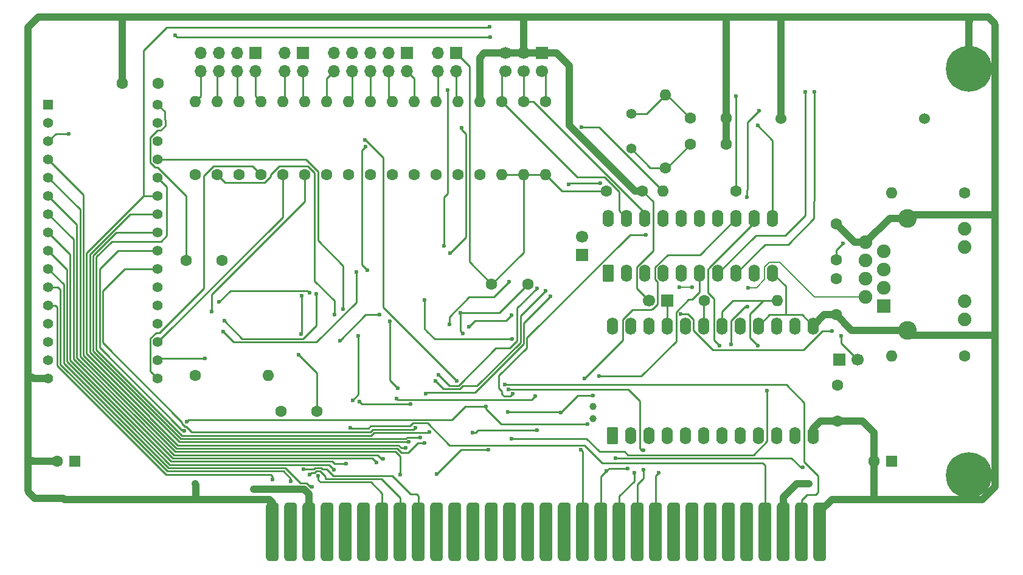
<source format=gbl>
%TF.GenerationSoftware,KiCad,Pcbnew,9.0.7*%
%TF.CreationDate,2026-02-05T12:54:47+03:00*%
%TF.ProjectId,ISA8_Ethernet,49534138-5f45-4746-9865-726e65742e6b,1.0*%
%TF.SameCoordinates,Original*%
%TF.FileFunction,Copper,L2,Bot*%
%TF.FilePolarity,Positive*%
%FSLAX46Y46*%
G04 Gerber Fmt 4.6, Leading zero omitted, Abs format (unit mm)*
G04 Created by KiCad (PCBNEW 9.0.7) date 2026-02-05 12:54:47*
%MOMM*%
%LPD*%
G01*
G04 APERTURE LIST*
G04 Aperture macros list*
%AMRoundRect*
0 Rectangle with rounded corners*
0 $1 Rounding radius*
0 $2 $3 $4 $5 $6 $7 $8 $9 X,Y pos of 4 corners*
0 Add a 4 corners polygon primitive as box body*
4,1,4,$2,$3,$4,$5,$6,$7,$8,$9,$2,$3,0*
0 Add four circle primitives for the rounded corners*
1,1,$1+$1,$2,$3*
1,1,$1+$1,$4,$5*
1,1,$1+$1,$6,$7*
1,1,$1+$1,$8,$9*
0 Add four rect primitives between the rounded corners*
20,1,$1+$1,$2,$3,$4,$5,0*
20,1,$1+$1,$4,$5,$6,$7,0*
20,1,$1+$1,$6,$7,$8,$9,0*
20,1,$1+$1,$8,$9,$2,$3,0*%
G04 Aperture macros list end*
%TA.AperFunction,ComponentPad*%
%ADD10C,6.400000*%
%TD*%
%TA.AperFunction,ComponentPad*%
%ADD11C,1.397000*%
%TD*%
%TA.AperFunction,ComponentPad*%
%ADD12R,1.397000X1.397000*%
%TD*%
%TA.AperFunction,ComponentPad*%
%ADD13C,1.600000*%
%TD*%
%TA.AperFunction,ComponentPad*%
%ADD14O,1.600000X1.600000*%
%TD*%
%TA.AperFunction,ConnectorPad*%
%ADD15RoundRect,0.444500X-0.444500X-3.619500X0.444500X-3.619500X0.444500X3.619500X-0.444500X3.619500X0*%
%TD*%
%TA.AperFunction,ComponentPad*%
%ADD16C,2.600000*%
%TD*%
%TA.AperFunction,ComponentPad*%
%ADD17C,1.890000*%
%TD*%
%TA.AperFunction,ComponentPad*%
%ADD18R,1.900000X1.900000*%
%TD*%
%TA.AperFunction,ComponentPad*%
%ADD19C,1.900000*%
%TD*%
%TA.AperFunction,ComponentPad*%
%ADD20R,1.600000X1.600000*%
%TD*%
%TA.AperFunction,ComponentPad*%
%ADD21R,1.700000X1.700000*%
%TD*%
%TA.AperFunction,ComponentPad*%
%ADD22O,1.700000X1.700000*%
%TD*%
%TA.AperFunction,ComponentPad*%
%ADD23C,1.524000*%
%TD*%
%TA.AperFunction,ComponentPad*%
%ADD24C,1.700000*%
%TD*%
%TA.AperFunction,ComponentPad*%
%ADD25C,1.000000*%
%TD*%
%TA.AperFunction,ComponentPad*%
%ADD26RoundRect,0.250000X0.550000X-0.950000X0.550000X0.950000X-0.550000X0.950000X-0.550000X-0.950000X0*%
%TD*%
%TA.AperFunction,ComponentPad*%
%ADD27O,1.600000X2.400000*%
%TD*%
%TA.AperFunction,ViaPad*%
%ADD28C,0.600000*%
%TD*%
%TA.AperFunction,ViaPad*%
%ADD29C,0.800000*%
%TD*%
%TA.AperFunction,Conductor*%
%ADD30C,0.250000*%
%TD*%
%TA.AperFunction,Conductor*%
%ADD31C,1.000000*%
%TD*%
%TA.AperFunction,Conductor*%
%ADD32C,0.203200*%
%TD*%
G04 APERTURE END LIST*
D10*
%TO.P,HOLE1,1,1*%
%TO.N,GND*%
X201041000Y-66040000D03*
%TD*%
%TO.P,HOLE2,1,1*%
%TO.N,GND*%
X201041000Y-122555000D03*
%TD*%
D11*
%TO.P,Y1,1,1*%
%TO.N,Net-(U3-X1)*%
X154072800Y-77148140D03*
%TO.P,Y1,2,2*%
%TO.N,Net-(U3-X2)*%
X154072800Y-72266260D03*
%TD*%
D12*
%TO.P,U1,1,A18*%
%TO.N,/BA18*%
X72898000Y-71018400D03*
D11*
%TO.P,U1,2,A16*%
%TO.N,/BA16*%
X72898000Y-73558400D03*
%TO.P,U1,3,A15*%
%TO.N,/BA15*%
X72898000Y-76098400D03*
%TO.P,U1,4,A12*%
%TO.N,/A12*%
X72898000Y-78638400D03*
%TO.P,U1,5,A7*%
%TO.N,/A7*%
X72898000Y-81178400D03*
%TO.P,U1,6,A6*%
%TO.N,/A6*%
X72898000Y-83718400D03*
%TO.P,U1,7,A5*%
%TO.N,/A5*%
X72898000Y-86258400D03*
%TO.P,U1,8,A4*%
%TO.N,/A4*%
X72898000Y-88798400D03*
%TO.P,U1,9,A3*%
%TO.N,/A3*%
X72898000Y-91338400D03*
%TO.P,U1,10,A2*%
%TO.N,/A2*%
X72898000Y-93878400D03*
%TO.P,U1,11,A1*%
%TO.N,/A1*%
X72898000Y-96418400D03*
%TO.P,U1,12,A0*%
%TO.N,/A0*%
X72898000Y-98958400D03*
%TO.P,U1,13,DQ0*%
%TO.N,/BD0*%
X72898000Y-101498400D03*
%TO.P,U1,14,DQ1*%
%TO.N,/BD1*%
X72898000Y-104038400D03*
%TO.P,U1,15,DQ2*%
%TO.N,/BD2*%
X72898000Y-106578400D03*
%TO.P,U1,16,GND*%
%TO.N,GND*%
X72898000Y-109118400D03*
%TO.P,U1,17,DQ3*%
%TO.N,/BD3*%
X88138000Y-109118400D03*
%TO.P,U1,18,DQ4*%
%TO.N,/BD4*%
X88138000Y-106578400D03*
%TO.P,U1,19,DQ5*%
%TO.N,/BD5*%
X88138000Y-104038400D03*
%TO.P,U1,20,DQ6*%
%TO.N,/BD6*%
X88138000Y-101498400D03*
%TO.P,U1,21,DQ7*%
%TO.N,/BD7*%
X88138000Y-98958400D03*
%TO.P,U1,22,~{CE}*%
%TO.N,/~{BCS}*%
X88138000Y-96418400D03*
%TO.P,U1,23,A10*%
%TO.N,/A10*%
X88138000Y-93878400D03*
%TO.P,U1,24,~{OE}*%
%TO.N,/~{SMEMR}*%
X88138000Y-91338400D03*
%TO.P,U1,25,A11*%
%TO.N,/A11*%
X88138000Y-88798400D03*
%TO.P,U1,26,A9*%
%TO.N,/A9*%
X88138000Y-86258400D03*
%TO.P,U1,27,A8*%
%TO.N,/A8*%
X88138000Y-83718400D03*
%TO.P,U1,28,A13*%
%TO.N,/A13*%
X88138000Y-81178400D03*
%TO.P,U1,29,A14*%
%TO.N,/BA14*%
X88138000Y-78638400D03*
%TO.P,U1,30,A17*%
%TO.N,/BA17*%
X88138000Y-76098400D03*
%TO.P,U1,31,~{WE}*%
%TO.N,/~{SMEMW}*%
X88138000Y-73558400D03*
%TO.P,U1,32,VCC*%
%TO.N,VCC*%
X88138000Y-71018400D03*
%TD*%
D13*
%TO.P,C5,1*%
%TO.N,VCC*%
X134621400Y-96020400D03*
%TO.P,C5,2*%
%TO.N,GND*%
X139621400Y-96020400D03*
%TD*%
%TO.P,C3,1*%
%TO.N,VCC*%
X92089600Y-92710000D03*
%TO.P,C3,2*%
%TO.N,GND*%
X97089600Y-92710000D03*
%TD*%
%TO.P,R1,1*%
%TO.N,GND*%
X93370400Y-108712000D03*
D14*
%TO.P,R1,2*%
%TO.N,/~{IOCS16}*%
X103530400Y-108712000D03*
%TD*%
D13*
%TO.P,R16,1*%
%TO.N,Net-(U3-X1)*%
X158772800Y-79787200D03*
D14*
%TO.P,R16,2*%
%TO.N,Net-(U3-X2)*%
X158772800Y-69627200D03*
%TD*%
D13*
%TO.P,C2,1*%
%TO.N,VCC*%
X88199600Y-68021200D03*
%TO.P,C2,2*%
%TO.N,GND*%
X83199600Y-68021200D03*
%TD*%
%TO.P,R17,1*%
%TO.N,/TP_RX+*%
X168605200Y-83007200D03*
D14*
%TO.P,R17,2*%
%TO.N,/TP_RX-*%
X158445200Y-83007200D03*
%TD*%
D13*
%TO.P,C7,1*%
%TO.N,Net-(J5-TCT)*%
X182575200Y-95239200D03*
%TO.P,C7,2*%
%TO.N,GND*%
X182575200Y-100239200D03*
%TD*%
%TO.P,R18,1*%
%TO.N,Net-(J5-LEDY_K)*%
X200456800Y-83261200D03*
D14*
%TO.P,R18,2*%
%TO.N,/LED_CRS*%
X190296800Y-83261200D03*
%TD*%
D13*
%TO.P,C10,1*%
%TO.N,GND*%
X167272800Y-76507200D03*
%TO.P,C10,2*%
%TO.N,Net-(U3-X1)*%
X162272800Y-76507200D03*
%TD*%
%TO.P,C9,1*%
%TO.N,GND*%
X167272800Y-72907200D03*
%TO.P,C9,2*%
%TO.N,Net-(U3-X2)*%
X162272800Y-72907200D03*
%TD*%
D15*
%TO.P,BUS1,1,GND*%
%TO.N,GND*%
X180340000Y-130492500D03*
%TO.P,BUS1,2,RESET*%
%TO.N,/RSTDRV*%
X177800000Y-130492500D03*
%TO.P,BUS1,3,VCC*%
%TO.N,VCC*%
X175260000Y-130492500D03*
%TO.P,BUS1,4,IRQ2*%
%TO.N,/IRQ9*%
X172720000Y-130492500D03*
%TO.P,BUS1,5,-5V*%
%TO.N,unconnected-(BUS1--5V-Pad5)*%
X170180000Y-130492500D03*
%TO.P,BUS1,6,DRQ2*%
%TO.N,unconnected-(BUS1-DRQ2-Pad6)*%
X167640000Y-130492500D03*
%TO.P,BUS1,7,-12V*%
%TO.N,unconnected-(BUS1--12V-Pad7)*%
X165100000Y-130492500D03*
%TO.P,BUS1,8,UNUSED*%
%TO.N,unconnected-(BUS1-UNUSED-Pad8)*%
X162560000Y-130492500D03*
%TO.P,BUS1,9,+12V*%
%TO.N,unconnected-(BUS1-+12V-Pad9)*%
X160020000Y-130492500D03*
%TO.P,BUS1,10,GND*%
%TO.N,GND*%
X157480000Y-130492500D03*
%TO.P,BUS1,11,MEMW*%
%TO.N,/~{SMEMW}*%
X154940000Y-130492500D03*
%TO.P,BUS1,12,MEMR*%
%TO.N,/~{SMEMR}*%
X152400000Y-130492500D03*
%TO.P,BUS1,13,IOW*%
%TO.N,/~{IOW}*%
X149860000Y-130492500D03*
%TO.P,BUS1,14,IOR*%
%TO.N,/~{IOR}*%
X147320000Y-130492500D03*
%TO.P,BUS1,15,DACK3*%
%TO.N,unconnected-(BUS1-DACK3-Pad15)*%
X144780000Y-130492500D03*
%TO.P,BUS1,16,DRQ3*%
%TO.N,unconnected-(BUS1-DRQ3-Pad16)*%
X142240000Y-130492500D03*
%TO.P,BUS1,17,DACK1*%
%TO.N,unconnected-(BUS1-DACK1-Pad17)*%
X139700000Y-130492500D03*
%TO.P,BUS1,18,DRQ1*%
%TO.N,unconnected-(BUS1-DRQ1-Pad18)*%
X137160000Y-130492500D03*
%TO.P,BUS1,19,DACK0*%
%TO.N,unconnected-(BUS1-DACK0-Pad19)*%
X134620000Y-130492500D03*
%TO.P,BUS1,20,CLK*%
%TO.N,unconnected-(BUS1-CLK-Pad20)*%
X132080000Y-130492500D03*
%TO.P,BUS1,21,IRQ7*%
%TO.N,unconnected-(BUS1-IRQ7-Pad21)*%
X129540000Y-130492500D03*
%TO.P,BUS1,22,IRQ6*%
%TO.N,unconnected-(BUS1-IRQ6-Pad22)*%
X127000000Y-130492500D03*
%TO.P,BUS1,23,IRQ5*%
%TO.N,/IRQ5*%
X124460000Y-130492500D03*
%TO.P,BUS1,24,IRQ4*%
%TO.N,/IRQ4*%
X121920000Y-130492500D03*
%TO.P,BUS1,25,IRQ3*%
%TO.N,/IRQ3*%
X119380000Y-130492500D03*
%TO.P,BUS1,26,DACK2*%
%TO.N,unconnected-(BUS1-DACK2-Pad26)*%
X116840000Y-130492500D03*
%TO.P,BUS1,27,TC*%
%TO.N,unconnected-(BUS1-TC-Pad27)*%
X114300000Y-130492500D03*
%TO.P,BUS1,28,ALE*%
%TO.N,unconnected-(BUS1-ALE-Pad28)*%
X111760000Y-130492500D03*
%TO.P,BUS1,29,VCC*%
%TO.N,VCC*%
X109220000Y-130492500D03*
%TO.P,BUS1,30,OSC*%
%TO.N,unconnected-(BUS1-OSC-Pad30)*%
X106680000Y-130492500D03*
%TO.P,BUS1,31,GND*%
%TO.N,GND*%
X104140000Y-130492500D03*
%TD*%
D13*
%TO.P,C4,1*%
%TO.N,VCC*%
X110299000Y-113688000D03*
%TO.P,C4,2*%
%TO.N,GND*%
X105299000Y-113688000D03*
%TD*%
%TO.P,R19,1*%
%TO.N,Net-(J5-LEDG_K)*%
X200480000Y-106000000D03*
D14*
%TO.P,R19,2*%
%TO.N,/LED_LINK*%
X190320000Y-106000000D03*
%TD*%
D13*
%TO.P,C8,1*%
%TO.N,Net-(J5-RCT)*%
X182575200Y-92619200D03*
%TO.P,C8,2*%
%TO.N,GND*%
X182575200Y-87619200D03*
%TD*%
D16*
%TO.P,J5,13,SHIELD*%
%TO.N,GND*%
X192520000Y-102390000D03*
X192520000Y-86840000D03*
D17*
%TO.P,J5,L1,LEDY_A*%
%TO.N,VCC*%
X200470000Y-88290000D03*
%TO.P,J5,L2,LEDY_K*%
%TO.N,Net-(J5-LEDY_K)*%
X200470000Y-90830000D03*
%TO.P,J5,L3,LEDG_K*%
%TO.N,Net-(J5-LEDG_K)*%
X200470000Y-98400000D03*
%TO.P,J5,L4,LEDG_A*%
%TO.N,VCC*%
X200470000Y-100940000D03*
D18*
%TO.P,J5,R1,TD+*%
%TO.N,/TP_TX+*%
X189230000Y-99060000D03*
D19*
%TO.P,J5,R2,TD-*%
%TO.N,/TP_TX-*%
X186690000Y-97790000D03*
%TO.P,J5,R3,RD+*%
%TO.N,/TP_RX+*%
X189230000Y-96520000D03*
%TO.P,J5,R4,TCT*%
%TO.N,Net-(J5-TCT)*%
X186690000Y-95250000D03*
%TO.P,J5,R5,RCT*%
%TO.N,Net-(J5-RCT)*%
X189230000Y-93980000D03*
%TO.P,J5,R6,RD-*%
%TO.N,/TP_RX-*%
X186690000Y-92710000D03*
%TO.P,J5,R7,NC*%
%TO.N,unconnected-(J5-NC-PadR7)*%
X189230000Y-91440000D03*
%TO.P,J5,R8,GND*%
%TO.N,GND*%
X186690000Y-90170000D03*
%TD*%
D20*
%TO.P,C6,1*%
%TO.N,VCC*%
X190310779Y-120599200D03*
D13*
%TO.P,C6,2*%
%TO.N,GND*%
X187810779Y-120599200D03*
%TD*%
D20*
%TO.P,C1,1*%
%TO.N,VCC*%
X76606400Y-120599200D03*
D13*
%TO.P,C1,2*%
%TO.N,GND*%
X74106400Y-120599200D03*
%TD*%
%TO.P,R6,1*%
%TO.N,/BD3*%
X102463600Y-80721200D03*
D14*
%TO.P,R6,2*%
%TO.N,Net-(J3-Pin_2)*%
X102463600Y-70561200D03*
%TD*%
D21*
%TO.P,J1,1,Pin_1*%
%TO.N,VCC*%
X129641600Y-63844800D03*
D22*
%TO.P,J1,2,Pin_2*%
%TO.N,Net-(J1-Pin_2)*%
X129641600Y-66384800D03*
%TO.P,J1,3,Pin_3*%
%TO.N,VCC*%
X127101600Y-63844800D03*
%TO.P,J1,4,Pin_4*%
%TO.N,Net-(J1-Pin_4)*%
X127101600Y-66384800D03*
%TD*%
D21*
%TO.P,J2,1,Pin_1*%
%TO.N,VCC*%
X108310600Y-63844800D03*
D22*
%TO.P,J2,2,Pin_2*%
%TO.N,Net-(J2-Pin_2)*%
X108310600Y-66384800D03*
%TO.P,J2,3,Pin_3*%
%TO.N,VCC*%
X105770600Y-63844800D03*
%TO.P,J2,4,Pin_4*%
%TO.N,Net-(J2-Pin_4)*%
X105770600Y-66384800D03*
%TD*%
D13*
%TO.P,R21,1*%
%TO.N,/AS1*%
X139039600Y-70561200D03*
D14*
%TO.P,R21,2*%
%TO.N,VCC*%
X139039600Y-80721200D03*
%TD*%
D13*
%TO.P,R23,1*%
%TO.N,/~{IRQ}*%
X164185600Y-98267600D03*
D14*
%TO.P,R23,2*%
%TO.N,VCC*%
X174345600Y-98267600D03*
%TD*%
D23*
%TO.P,BT1,1,+*%
%TO.N,Net-(BT1-+)*%
X194899280Y-72999600D03*
%TO.P,BT1,2,-*%
%TO.N,GND*%
X174899320Y-72999600D03*
%TD*%
D21*
%TO.P,J4,1,Pin_1*%
%TO.N,VCC*%
X122778600Y-63844800D03*
D22*
%TO.P,J4,2,Pin_2*%
%TO.N,Net-(J4-Pin_2)*%
X122778600Y-66384800D03*
%TO.P,J4,3,Pin_3*%
%TO.N,VCC*%
X120238600Y-63844800D03*
%TO.P,J4,4,Pin_4*%
%TO.N,Net-(J4-Pin_4)*%
X120238600Y-66384800D03*
%TO.P,J4,5,Pin_5*%
%TO.N,VCC*%
X117698600Y-63844800D03*
%TO.P,J4,6,Pin_6*%
%TO.N,Net-(J4-Pin_6)*%
X117698600Y-66384800D03*
%TO.P,J4,7,Pin_7*%
%TO.N,VCC*%
X115158600Y-63844800D03*
%TO.P,J4,8,Pin_8*%
%TO.N,Net-(J4-Pin_8)*%
X115158600Y-66384800D03*
%TO.P,J4,9,Pin_9*%
%TO.N,VCC*%
X112618600Y-63844800D03*
%TO.P,J4,10,Pin_10*%
%TO.N,Net-(J4-Pin_10)*%
X112618600Y-66384800D03*
%TD*%
D13*
%TO.P,R5,1*%
%TO.N,/BD5*%
X105511600Y-80721200D03*
D14*
%TO.P,R5,2*%
%TO.N,Net-(J2-Pin_4)*%
X105511600Y-70561200D03*
%TD*%
D13*
%TO.P,R8,1*%
%TO.N,/BD1*%
X96367600Y-80721200D03*
D14*
%TO.P,R8,2*%
%TO.N,Net-(J3-Pin_6)*%
X96367600Y-70561200D03*
%TD*%
D13*
%TO.P,R10,1*%
%TO.N,/AUI*%
X132943600Y-80721200D03*
D14*
%TO.P,R10,2*%
%TO.N,GND*%
X132943600Y-70561200D03*
%TD*%
D21*
%TO.P,JP3,1,A*%
%TO.N,VCC*%
X147218400Y-91953000D03*
D24*
%TO.P,JP3,2,B*%
%TO.N,Net-(JP3-B)*%
X147218400Y-89413000D03*
%TD*%
D13*
%TO.P,R12,1*%
%TO.N,/BA19*%
X120751600Y-80721200D03*
D14*
%TO.P,R12,2*%
%TO.N,Net-(J4-Pin_4)*%
X120751600Y-70561200D03*
%TD*%
D13*
%TO.P,R9,1*%
%TO.N,/BD0*%
X93319600Y-80721200D03*
D14*
%TO.P,R9,2*%
%TO.N,Net-(J3-Pin_8)*%
X93319600Y-70561200D03*
%TD*%
D21*
%TO.P,J6,1,Pin_1*%
%TO.N,GND*%
X141579600Y-63814800D03*
D24*
%TO.P,J6,2,Pin_2*%
%TO.N,/AS2*%
X141579600Y-66354800D03*
%TO.P,J6,3,Pin_3*%
%TO.N,GND*%
X139039600Y-63814800D03*
%TO.P,J6,4,Pin_4*%
%TO.N,/AS1*%
X139039600Y-66354800D03*
%TO.P,J6,5,Pin_5*%
%TO.N,GND*%
X136499600Y-63814800D03*
%TO.P,J6,6,Pin_6*%
%TO.N,/AS0*%
X136499600Y-66354800D03*
%TD*%
D13*
%TO.P,R13,1*%
%TO.N,/BA18*%
X117703600Y-80721200D03*
D14*
%TO.P,R13,2*%
%TO.N,Net-(J4-Pin_6)*%
X117703600Y-70561200D03*
%TD*%
D21*
%TO.P,JP2,1,A*%
%TO.N,VCC*%
X182976600Y-106476800D03*
D24*
%TO.P,JP2,2,B*%
%TO.N,Net-(JP2-B)*%
X185516600Y-106476800D03*
%TD*%
D25*
%TO.P,Y2,1,1*%
%TO.N,Net-(U5-X2)*%
X148742400Y-112979200D03*
%TO.P,Y2,2,2*%
%TO.N,Net-(U5-X1)*%
X148742400Y-114679200D03*
%TD*%
D21*
%TO.P,J3,1,Pin_1*%
%TO.N,VCC*%
X101691600Y-63844800D03*
D22*
%TO.P,J3,2,Pin_2*%
%TO.N,Net-(J3-Pin_2)*%
X101691600Y-66384800D03*
%TO.P,J3,3,Pin_3*%
%TO.N,VCC*%
X99151600Y-63844800D03*
%TO.P,J3,4,Pin_4*%
%TO.N,Net-(J3-Pin_4)*%
X99151600Y-66384800D03*
%TO.P,J3,5,Pin_5*%
%TO.N,VCC*%
X96611600Y-63844800D03*
%TO.P,J3,6,Pin_6*%
%TO.N,Net-(J3-Pin_6)*%
X96611600Y-66384800D03*
%TO.P,J3,7,Pin_7*%
%TO.N,VCC*%
X94071600Y-63844800D03*
%TO.P,J3,8,Pin_8*%
%TO.N,Net-(J3-Pin_8)*%
X94071600Y-66384800D03*
%TD*%
D21*
%TO.P,JP1,1,A*%
%TO.N,Net-(JP1-A)*%
X159054800Y-98267600D03*
D24*
%TO.P,JP1,2,B*%
%TO.N,GND*%
X156514800Y-98267600D03*
%TD*%
D13*
%TO.P,R22,1*%
%TO.N,/AS2*%
X142087600Y-70561200D03*
D14*
%TO.P,R22,2*%
%TO.N,VCC*%
X142087600Y-80721200D03*
%TD*%
D13*
%TO.P,R11,1*%
%TO.N,/BA20*%
X123799600Y-80721200D03*
D14*
%TO.P,R11,2*%
%TO.N,Net-(J4-Pin_2)*%
X123799600Y-70561200D03*
%TD*%
D13*
%TO.P,R2,1*%
%TO.N,/JP*%
X129895600Y-80721200D03*
D14*
%TO.P,R2,2*%
%TO.N,Net-(J1-Pin_2)*%
X129895600Y-70561200D03*
%TD*%
D13*
%TO.P,R4,1*%
%TO.N,/BD6*%
X108559600Y-80721200D03*
D14*
%TO.P,R4,2*%
%TO.N,Net-(J2-Pin_2)*%
X108559600Y-70561200D03*
%TD*%
D13*
%TO.P,C12,1*%
%TO.N,VCC*%
X150611200Y-83007200D03*
%TO.P,C12,2*%
%TO.N,GND*%
X155611200Y-83007200D03*
%TD*%
%TO.P,C11,1*%
%TO.N,VCC*%
X182727600Y-110022000D03*
%TO.P,C11,2*%
%TO.N,GND*%
X182727600Y-115022000D03*
%TD*%
%TO.P,R14,1*%
%TO.N,/BA17*%
X114655600Y-80721200D03*
D14*
%TO.P,R14,2*%
%TO.N,Net-(J4-Pin_8)*%
X114655600Y-70561200D03*
%TD*%
D13*
%TO.P,R20,1*%
%TO.N,/AS0*%
X135991600Y-70561200D03*
D14*
%TO.P,R20,2*%
%TO.N,VCC*%
X135991600Y-80721200D03*
%TD*%
D13*
%TO.P,R15,1*%
%TO.N,/BA16*%
X111607600Y-80721200D03*
D14*
%TO.P,R15,2*%
%TO.N,Net-(J4-Pin_10)*%
X111607600Y-70561200D03*
%TD*%
D13*
%TO.P,R7,1*%
%TO.N,/BD2*%
X99415600Y-80721200D03*
D14*
%TO.P,R7,2*%
%TO.N,Net-(J3-Pin_4)*%
X99415600Y-70561200D03*
%TD*%
D13*
%TO.P,R3,1*%
%TO.N,/BA21*%
X126847600Y-80721200D03*
D14*
%TO.P,R3,2*%
%TO.N,Net-(J1-Pin_4)*%
X126847600Y-70561200D03*
%TD*%
D26*
%TO.P,U5,1,MOT*%
%TO.N,unconnected-(U5-MOT-Pad1)*%
X151429800Y-117043200D03*
D27*
%TO.P,U5,2,X1*%
%TO.N,Net-(U5-X1)*%
X153969800Y-117043200D03*
%TO.P,U5,3,X2*%
%TO.N,Net-(U5-X2)*%
X156509800Y-117043200D03*
%TO.P,U5,4,AD0*%
%TO.N,/D0*%
X159049800Y-117043200D03*
%TO.P,U5,5,AD1*%
%TO.N,/D1*%
X161589800Y-117043200D03*
%TO.P,U5,6,AD2*%
%TO.N,/D2*%
X164129800Y-117043200D03*
%TO.P,U5,7,AD3*%
%TO.N,/D3*%
X166669800Y-117043200D03*
%TO.P,U5,8,AD4*%
%TO.N,/D4*%
X169209800Y-117043200D03*
%TO.P,U5,9,AD5*%
%TO.N,/D5*%
X171749800Y-117043200D03*
%TO.P,U5,10,AD6*%
%TO.N,/D6*%
X174289800Y-117043200D03*
%TO.P,U5,11,AD7*%
%TO.N,/D7*%
X176829800Y-117043200D03*
%TO.P,U5,12,GND*%
%TO.N,GND*%
X179369800Y-117043200D03*
%TO.P,U5,13,~{CS}*%
X179369800Y-101803200D03*
%TO.P,U5,14,AS*%
%TO.N,/RTCALE*%
X176829800Y-101803200D03*
%TO.P,U5,15,R/~{W}*%
%TO.N,/RTCWR*%
X174289800Y-101803200D03*
%TO.P,U5,16,GND*%
%TO.N,GND*%
X171749800Y-101803200D03*
%TO.P,U5,17,DS*%
%TO.N,/RTCRD*%
X169209800Y-101803200D03*
%TO.P,U5,18,~{RESET}*%
%TO.N,VCC*%
X166669800Y-101803200D03*
%TO.P,U5,19,~{IRQ}*%
%TO.N,/~{IRQ}*%
X164129800Y-101803200D03*
%TO.P,U5,20,VBAT*%
%TO.N,Net-(BT1-+)*%
X161589800Y-101803200D03*
%TO.P,U5,21,~{RCLR}*%
%TO.N,Net-(JP1-A)*%
X159049800Y-101803200D03*
%TO.P,U5,22,NC*%
%TO.N,unconnected-(U5-NC-Pad22)*%
X156509800Y-101803200D03*
%TO.P,U5,23,SQW*%
%TO.N,unconnected-(U5-SQW-Pad23)*%
X153969800Y-101803200D03*
%TO.P,U5,24,VCC*%
%TO.N,Net-(JP2-B)*%
X151429800Y-101803200D03*
%TD*%
D26*
%TO.P,U4,1,I/CLK*%
%TO.N,/A0*%
X150876000Y-94488000D03*
D27*
%TO.P,U4,2,I1*%
%TO.N,/A2*%
X153416000Y-94488000D03*
%TO.P,U4,3,I2*%
%TO.N,/A3*%
X155956000Y-94488000D03*
%TO.P,U4,4,I3*%
%TO.N,/A4*%
X158496000Y-94488000D03*
%TO.P,U4,5,I4*%
%TO.N,/A5*%
X161036000Y-94488000D03*
%TO.P,U4,6,I5*%
%TO.N,/A6*%
X163576000Y-94488000D03*
%TO.P,U4,7,I6*%
%TO.N,/A7*%
X166116000Y-94488000D03*
%TO.P,U4,8,I7*%
%TO.N,/A8*%
X168656000Y-94488000D03*
%TO.P,U4,9,I8*%
%TO.N,/A9*%
X171196000Y-94488000D03*
%TO.P,U4,10,GND*%
%TO.N,GND*%
X173736000Y-94488000D03*
%TO.P,U4,11,I9/~{OE}*%
%TO.N,/AS2*%
X173736000Y-86868000D03*
%TO.P,U4,12,I/O8*%
%TO.N,/~{IOW}*%
X171196000Y-86868000D03*
%TO.P,U4,13,I/O7*%
%TO.N,/~{IOR}*%
X168656000Y-86868000D03*
%TO.P,U4,14,I/O6*%
%TO.N,/RTCALE*%
X166116000Y-86868000D03*
%TO.P,U4,15,I/O5*%
%TO.N,/RTCWR*%
X163576000Y-86868000D03*
%TO.P,U4,16,I/O4*%
%TO.N,/RTCRD*%
X161036000Y-86868000D03*
%TO.P,U4,17,I/O3*%
%TO.N,/AEN*%
X158496000Y-86868000D03*
%TO.P,U4,18,I/O2*%
%TO.N,/AS1*%
X155956000Y-86868000D03*
%TO.P,U4,19,I/O1*%
%TO.N,/AS0*%
X153416000Y-86868000D03*
%TO.P,U4,20,VCC*%
%TO.N,Net-(JP3-B)*%
X150876000Y-86868000D03*
%TD*%
D28*
%TO.N,/A0*%
X131470400Y-101904800D03*
X115265200Y-112166400D03*
X104140000Y-123190000D03*
X137414000Y-100279200D03*
X116078000Y-103174800D03*
%TO.N,/A1*%
X106680000Y-123393200D03*
%TO.N,/A10*%
X123989400Y-115961000D03*
%TO.N,/A11*%
X124639400Y-117297200D03*
%TO.N,/A12*%
X125289400Y-118059200D03*
%TO.N,/A13*%
X125939400Y-116586000D03*
%TO.N,/A2*%
X109596907Y-124184693D03*
X140932500Y-96554100D03*
X127242600Y-108601700D03*
%TO.N,/A3*%
X112637705Y-121801989D03*
X126815500Y-109493700D03*
X142074300Y-96953200D03*
%TO.N,/A4*%
X137075800Y-95643300D03*
X114336516Y-120984094D03*
X120433400Y-101187700D03*
X121548000Y-110468000D03*
X128702400Y-101538800D03*
%TO.N,/A5*%
X142797400Y-97683500D03*
X118618000Y-120802400D03*
X125409900Y-111252800D03*
%TO.N,/A6*%
X121354892Y-111877800D03*
X140716000Y-111556800D03*
X119497000Y-120316281D03*
X149555200Y-108762800D03*
%TO.N,/A7*%
X121920000Y-122529600D03*
X178257200Y-69240400D03*
X90576400Y-61366400D03*
X134414385Y-61584169D03*
%TO.N,/A8*%
X179527200Y-69240400D03*
X122682000Y-118770400D03*
X134366000Y-60198000D03*
%TO.N,/A9*%
X127000000Y-122377200D03*
X170230800Y-99110800D03*
X167944800Y-104409400D03*
X123088400Y-117957600D03*
X172974000Y-110794800D03*
X134162800Y-119024400D03*
X137363200Y-117500400D03*
%TO.N,/AEN*%
X137565105Y-111267400D03*
X156117000Y-89135500D03*
%TO.N,/~{IOR}*%
X140970000Y-116332000D03*
X147066000Y-119024400D03*
X131936512Y-116648832D03*
X147523200Y-109118400D03*
%TO.N,/~{IOW}*%
X153517600Y-121666000D03*
X150622000Y-122021600D03*
X177952400Y-121513600D03*
X151841200Y-120228200D03*
X166319200Y-104531800D03*
%TO.N,GND*%
X130226900Y-99935200D03*
X157886400Y-122224800D03*
X144242400Y-113829200D03*
X148742400Y-111506000D03*
X136855200Y-113741200D03*
D29*
X93370400Y-123799600D03*
D28*
X130588700Y-102840400D03*
D29*
%TO.N,VCC*%
X178816000Y-123799600D03*
D28*
X113487200Y-103835200D03*
X171680200Y-104530000D03*
X119024400Y-100228400D03*
X123342400Y-112689800D03*
X116189300Y-112318800D03*
D29*
X101447600Y-124510800D03*
D28*
X107764800Y-105819500D03*
%TO.N,/RSTDRV*%
X136448800Y-109982000D03*
%TO.N,/IRQ9*%
X114909600Y-115966000D03*
%TO.N,/~{SMEMW}*%
X129758900Y-109449800D03*
X155752800Y-121818400D03*
X155752800Y-119126000D03*
X136956800Y-110642400D03*
X116933200Y-75908400D03*
%TO.N,/~{SMEMR}*%
X91846400Y-116417000D03*
X92151200Y-115163600D03*
X133858000Y-112979200D03*
X154482800Y-122224800D03*
X147969600Y-115452000D03*
%TO.N,/IRQ5*%
X108458000Y-121767600D03*
%TO.N,/IRQ4*%
X109289490Y-122482693D03*
%TO.N,/IRQ3*%
X110484705Y-122665500D03*
%TO.N,/TP_RX-*%
X130403600Y-74269600D03*
X128828800Y-91694000D03*
X147116800Y-74117200D03*
%TO.N,/TP_RX+*%
X127974300Y-90698800D03*
X168646000Y-69850000D03*
X128524000Y-68986400D03*
%TO.N,/TP_TX-*%
X170281600Y-96469200D03*
X162560000Y-96418400D03*
X160731200Y-96418400D03*
%TO.N,/TP_TX+*%
X160922700Y-100133500D03*
X182016400Y-102514400D03*
%TO.N,/LED_LINK*%
X125272800Y-98196400D03*
X137464800Y-103616600D03*
%TO.N,/BD6*%
X95600200Y-99762800D03*
%TO.N,/BD4*%
X108065900Y-102957700D03*
X108197000Y-97569000D03*
X94683000Y-106293300D03*
%TO.N,/BD1*%
X112721200Y-100204100D03*
%TO.N,/BA15*%
X75768000Y-75073200D03*
X117305100Y-94017000D03*
X117075100Y-76847900D03*
%TO.N,/BA14*%
X113950900Y-99461800D03*
%TO.N,/~{BCS}*%
X109230300Y-97168600D03*
X96664500Y-98438900D03*
%TO.N,/EECS*%
X115747100Y-94335200D03*
X97255500Y-102605900D03*
%TO.N,/BD7*%
X110163500Y-97381100D03*
X97372800Y-101050100D03*
%TO.N,/LED_CRS*%
X145364300Y-82090900D03*
X149733300Y-81929200D03*
%TO.N,Net-(J5-RCT)*%
X183540400Y-90322400D03*
%TO.N,Net-(BT1-+)*%
X170180000Y-83870800D03*
X171805600Y-71882000D03*
%TO.N,/AS2*%
X171621700Y-73880100D03*
%TO.N,Net-(JP2-B)*%
X183286400Y-103159400D03*
%TD*%
D30*
%TO.N,/A0*%
X104140000Y-123190000D02*
X104140000Y-122783600D01*
X116078000Y-103174800D02*
X116078000Y-111353600D01*
X74123400Y-99218600D02*
X73863200Y-98958400D01*
X137414000Y-100279200D02*
X136601200Y-101092000D01*
X136601200Y-101092000D02*
X132283200Y-101092000D01*
X104140000Y-122783600D02*
X103829000Y-122472600D01*
X103829000Y-122472600D02*
X89249400Y-122472600D01*
X89249400Y-122472600D02*
X74123400Y-107346600D01*
X116078000Y-111353600D02*
X115265200Y-112166400D01*
X73863200Y-98958400D02*
X72898000Y-98958400D01*
X132283200Y-101092000D02*
X131470400Y-101904800D01*
X74123400Y-107346600D02*
X74123400Y-99218600D01*
%TO.N,/A1*%
X74218800Y-96418400D02*
X72898000Y-96418400D01*
X90072390Y-122003000D02*
X89434690Y-122003000D01*
X90090990Y-122021600D02*
X90072390Y-122003000D01*
X106680000Y-123393200D02*
X106680000Y-123088400D01*
X105613200Y-122021600D02*
X90090990Y-122021600D01*
X83431000Y-115993800D02*
X74574400Y-107137200D01*
X74574400Y-96774000D02*
X74218800Y-96418400D01*
X89434690Y-122003000D02*
X83431000Y-115999310D01*
X106680000Y-123088400D02*
X105613200Y-122021600D01*
X83431000Y-115999310D02*
X83431000Y-115993800D01*
X74574400Y-107137200D02*
X74574400Y-96774000D01*
%TO.N,/A10*%
X92862400Y-116535200D02*
X114593502Y-116535200D01*
X91891902Y-115789600D02*
X92116800Y-115789600D01*
X118074390Y-116185800D02*
X123764600Y-116185800D01*
X91525200Y-115198000D02*
X91525200Y-115422898D01*
X92116800Y-115789600D02*
X92862400Y-116535200D01*
X115168898Y-116592000D02*
X115225698Y-116535200D01*
X83566000Y-93878400D02*
X80480800Y-96963600D01*
X114650302Y-116592000D02*
X115168898Y-116592000D01*
X80480800Y-104153600D02*
X91525200Y-115198000D01*
X117724990Y-116535200D02*
X118074390Y-116185800D01*
X91525200Y-115422898D02*
X91891902Y-115789600D01*
X115225698Y-116535200D02*
X117724990Y-116535200D01*
X123764600Y-116185800D02*
X123989400Y-115961000D01*
X88138000Y-93878400D02*
X83566000Y-93878400D01*
X80480800Y-96963600D02*
X80480800Y-104153600D01*
X114593502Y-116535200D02*
X114650302Y-116592000D01*
%TO.N,/A11*%
X91302790Y-117493000D02*
X87941000Y-114131210D01*
X124639400Y-117297200D02*
X122863502Y-117297200D01*
X122667702Y-117493000D02*
X91302790Y-117493000D01*
X82352420Y-88798400D02*
X88138000Y-88798400D01*
X79127800Y-105301150D02*
X79127800Y-92023020D01*
X122863502Y-117297200D02*
X122667702Y-117493000D01*
X87941000Y-114114350D02*
X79127800Y-105301150D01*
X79127800Y-92023020D02*
X82352420Y-88798400D01*
X87941000Y-114131210D02*
X87941000Y-114114350D01*
%TO.N,/A12*%
X86588000Y-114674780D02*
X77774800Y-105861580D01*
X122021600Y-119430800D02*
X121436800Y-118846000D01*
X77774800Y-105861580D02*
X77774800Y-83515200D01*
X121436800Y-118846000D02*
X90742360Y-118846000D01*
X86588000Y-114691640D02*
X86588000Y-114674780D01*
X122970708Y-119430800D02*
X122021600Y-119430800D01*
X90742360Y-118846000D02*
X86588000Y-114691640D01*
X124342308Y-118059200D02*
X122970708Y-119430800D01*
X125289400Y-118059200D02*
X124342308Y-118059200D01*
X77774800Y-83515200D02*
X72898000Y-78638400D01*
%TO.N,/A13*%
X117856000Y-117042000D02*
X91489600Y-117042000D01*
X89408000Y-82448400D02*
X88138000Y-81178400D01*
X88392000Y-113944400D02*
X88392000Y-113927540D01*
X79578800Y-92209830D02*
X81720230Y-90068400D01*
X118261200Y-116636800D02*
X117856000Y-117042000D01*
X89408000Y-89255600D02*
X89408000Y-82448400D01*
X88392000Y-113927540D02*
X79578800Y-105114340D01*
X88595200Y-90068400D02*
X89408000Y-89255600D01*
X125939400Y-116586000D02*
X125888600Y-116636800D01*
X125888600Y-116636800D02*
X118261200Y-116636800D01*
X79578800Y-105114340D02*
X79578800Y-92209830D01*
X81720230Y-90068400D02*
X88595200Y-90068400D01*
X91489600Y-117042000D02*
X88392000Y-113944400D01*
%TO.N,/A2*%
X109567414Y-124155200D02*
X109321340Y-124155200D01*
X138158200Y-99328400D02*
X138158200Y-103828100D01*
X137086100Y-104900200D02*
X135195000Y-104900200D01*
X90259200Y-121552000D02*
X89621500Y-121552000D01*
X128758300Y-110117400D02*
X127242600Y-108601700D01*
X105873400Y-121570600D02*
X90277800Y-121570600D01*
X135195000Y-104900200D02*
X130163400Y-109931800D01*
X75031600Y-96012000D02*
X72898000Y-93878400D01*
X90277800Y-121570600D02*
X90259200Y-121552000D01*
X108850940Y-123684800D02*
X107987600Y-123684800D01*
X129977800Y-110117400D02*
X128758300Y-110117400D01*
X138158200Y-103828100D02*
X137086100Y-104900200D01*
X83882000Y-115812500D02*
X83882000Y-115806990D01*
X89621500Y-121552000D02*
X83882000Y-115812500D01*
X107987600Y-123684800D02*
X105873400Y-121570600D01*
X130163400Y-109931800D02*
X129977800Y-110117400D01*
X109321340Y-124155200D02*
X108850940Y-123684800D01*
X130163400Y-109931800D02*
X129977800Y-110117400D01*
X109596907Y-124184693D02*
X109567414Y-124155200D01*
X83882000Y-115806990D02*
X75031600Y-106956590D01*
X75031600Y-106956590D02*
X75031600Y-96012000D01*
X140932500Y-96554100D02*
X138158200Y-99328400D01*
%TO.N,/A3*%
X84333000Y-115625690D02*
X84333000Y-115620180D01*
X75488800Y-106775980D02*
X75488800Y-93929200D01*
X130350500Y-110383500D02*
X130164900Y-110569100D01*
X75488800Y-93929200D02*
X72898000Y-91338400D01*
X89808310Y-121101000D02*
X84333000Y-115625690D01*
X130164900Y-110569100D02*
X127890900Y-110569100D01*
X138609900Y-104092700D02*
X132583700Y-110118900D01*
X111936716Y-121101000D02*
X89808310Y-121101000D01*
X142074300Y-96953200D02*
X138609900Y-100417600D01*
X127890900Y-110569100D02*
X126815500Y-109493700D01*
X132583700Y-110118900D02*
X130615100Y-110118900D01*
X130615100Y-110118900D02*
X130350500Y-110383500D01*
X130350500Y-110383500D02*
X130164900Y-110569100D01*
X112637705Y-121801989D02*
X111936716Y-121101000D01*
X84333000Y-115620180D02*
X75488800Y-106775980D01*
X138609900Y-100417600D02*
X138609900Y-104092700D01*
%TO.N,/A4*%
X134929300Y-97789800D02*
X137075800Y-95643300D01*
X112369600Y-120650000D02*
X89995120Y-120650000D01*
X131453000Y-97789800D02*
X134929300Y-97789800D01*
X75939800Y-106589170D02*
X75939800Y-91840200D01*
X121548000Y-110468000D02*
X120433400Y-109353400D01*
X75939800Y-91840200D02*
X72898000Y-88798400D01*
X89995120Y-120650000D02*
X84784000Y-115438880D01*
X120433400Y-109353400D02*
X120433400Y-101187700D01*
X112703694Y-120984094D02*
X112369600Y-120650000D01*
X128702400Y-100540400D02*
X131453000Y-97789800D01*
X84784000Y-115438880D02*
X84784000Y-115433370D01*
X128702400Y-101538800D02*
X128702400Y-100540400D01*
X114336516Y-120984094D02*
X112703694Y-120984094D01*
X84784000Y-115433370D02*
X75939800Y-106589170D01*
%TO.N,/A5*%
X76403200Y-106414760D02*
X76403200Y-89763600D01*
X142797400Y-97683500D02*
X139061600Y-101419300D01*
X139061600Y-101419300D02*
X139061600Y-104284000D01*
X139061600Y-104284000D02*
X132252400Y-111093200D01*
X85140800Y-115152360D02*
X76403200Y-106414760D01*
X85152150Y-115152360D02*
X85140800Y-115152360D01*
X90181930Y-120199000D02*
X85235000Y-115252070D01*
X76403200Y-89763600D02*
X72898000Y-86258400D01*
X85235000Y-115252070D02*
X85235000Y-115235210D01*
X118014600Y-120199000D02*
X90181930Y-120199000D01*
X118618000Y-120802400D02*
X118014600Y-120199000D01*
X85235000Y-115235210D02*
X85152150Y-115152360D01*
X132252400Y-111093200D02*
X125569500Y-111093200D01*
X125569500Y-111093200D02*
X125409900Y-111252800D01*
%TO.N,/A6*%
X162516398Y-98145600D02*
X163576000Y-97085998D01*
X119497000Y-120316281D02*
X119468081Y-120345200D01*
X119468081Y-120345200D02*
X119380000Y-120345200D01*
X90368740Y-119748000D02*
X85686000Y-115065260D01*
X119380000Y-120345200D02*
X118782800Y-119748000D01*
X121354892Y-111877800D02*
X121541892Y-112064800D01*
X76860400Y-87680800D02*
X72898000Y-83718400D01*
X163576000Y-97085998D02*
X163576000Y-94488000D01*
X118782800Y-119748000D02*
X90368740Y-119748000D01*
X160296700Y-99874202D02*
X162025302Y-98145600D01*
X160296700Y-103914100D02*
X160296700Y-99874202D01*
X155448000Y-108762800D02*
X160296700Y-103914100D01*
X76860400Y-106222800D02*
X76860400Y-87680800D01*
X121541892Y-112064800D02*
X140208000Y-112064800D01*
X85686000Y-115065260D02*
X85686000Y-115048400D01*
X140208000Y-112064800D02*
X140716000Y-111556800D01*
X162025302Y-98145600D02*
X162516398Y-98145600D01*
X149555200Y-108762800D02*
X155448000Y-108762800D01*
X85686000Y-115048400D02*
X76860400Y-106222800D01*
%TO.N,/A7*%
X178257200Y-76250800D02*
X178257200Y-69240400D01*
X121227400Y-119297000D02*
X121920000Y-119989600D01*
X90830400Y-61620400D02*
X134112000Y-61620400D01*
X86137000Y-114861590D02*
X86137000Y-114878450D01*
X77311400Y-85591800D02*
X77311400Y-106035990D01*
X175463200Y-89204800D02*
X178257200Y-86410800D01*
X171399200Y-89204800D02*
X175463200Y-89204800D01*
X90576400Y-61366400D02*
X90830400Y-61620400D01*
X178257200Y-84480400D02*
X178257200Y-76250800D01*
X86137000Y-114878450D02*
X90555550Y-119297000D01*
X72898000Y-81178400D02*
X77311400Y-85591800D01*
X121920000Y-119989600D02*
X121920000Y-122529600D01*
X134148231Y-61584169D02*
X134414385Y-61584169D01*
X178257200Y-86410800D02*
X178257200Y-84480400D01*
X134112000Y-61620400D02*
X134148231Y-61584169D01*
X90555550Y-119297000D02*
X121227400Y-119297000D01*
X166116000Y-94488000D02*
X171399200Y-89204800D01*
X77311400Y-106035990D02*
X86137000Y-114861590D01*
%TO.N,/A8*%
X179527200Y-69240400D02*
X179527200Y-84429600D01*
X121646200Y-118395000D02*
X90929170Y-118395000D01*
X175869600Y-90474800D02*
X172669200Y-90474800D01*
X87039000Y-114504830D02*
X87039000Y-114487970D01*
X78225800Y-105674770D02*
X78225800Y-91649400D01*
X179527200Y-84429600D02*
X179476400Y-84480400D01*
X179476400Y-86868000D02*
X175869600Y-90474800D01*
X89408000Y-60248800D02*
X134315200Y-60248800D01*
X86156800Y-83718400D02*
X86156800Y-63500000D01*
X78225800Y-91649400D02*
X86156800Y-83718400D01*
X179476400Y-84480400D02*
X179476400Y-86868000D01*
X122682000Y-118770400D02*
X122021600Y-118770400D01*
X90929170Y-118395000D02*
X87039000Y-114504830D01*
X87039000Y-114487970D02*
X78225800Y-105674770D01*
X86156800Y-63500000D02*
X89408000Y-60248800D01*
X172669200Y-90474800D02*
X168656000Y-94488000D01*
X122021600Y-118770400D02*
X121646200Y-118395000D01*
X86156800Y-83718400D02*
X88138000Y-83718400D01*
X134315200Y-60248800D02*
X134366000Y-60198000D01*
%TO.N,/A9*%
X130352800Y-119024400D02*
X134162800Y-119024400D01*
X171078000Y-119752000D02*
X172974000Y-117856000D01*
X84254610Y-86258400D02*
X88138000Y-86258400D01*
X153584800Y-119752000D02*
X171078000Y-119752000D01*
X169909796Y-99110800D02*
X170230800Y-99110800D01*
X172923200Y-111201200D02*
X172923200Y-110845600D01*
X172974000Y-111252000D02*
X172923200Y-111201200D01*
X172923200Y-110845600D02*
X172974000Y-110794800D01*
X167944800Y-104409400D02*
X167944800Y-101075796D01*
X91115980Y-117944000D02*
X87490000Y-114318020D01*
X87490000Y-114318020D02*
X87490000Y-114301160D01*
X87490000Y-114301160D02*
X78676800Y-105487960D01*
X78676800Y-91836210D02*
X84254610Y-86258400D01*
X123074800Y-117944000D02*
X91115980Y-117944000D01*
X149555200Y-119227600D02*
X149606000Y-119278400D01*
X147828000Y-117500400D02*
X149555200Y-119227600D01*
X153111200Y-119278400D02*
X153584800Y-119752000D01*
X167944800Y-101075796D02*
X169909796Y-99110800D01*
X172974000Y-115874800D02*
X172974000Y-111252000D01*
X123088400Y-117957600D02*
X123074800Y-117944000D01*
X172974000Y-117856000D02*
X172974000Y-115874800D01*
X78676800Y-105487960D02*
X78676800Y-91836210D01*
X127000000Y-122377200D02*
X130352800Y-119024400D01*
X149606000Y-119278400D02*
X153111200Y-119278400D01*
X137363200Y-117500400D02*
X147828000Y-117500400D01*
%TO.N,/AEN*%
X136042400Y-111313500D02*
X136336500Y-111607600D01*
X139514800Y-104843800D02*
X135634600Y-108724000D01*
X137565105Y-111267400D02*
X137224905Y-111607600D01*
X135634600Y-108724000D02*
X135634600Y-110488600D01*
X139514800Y-103481500D02*
X139514800Y-104843800D01*
X136042400Y-110896400D02*
X136042400Y-111313500D01*
X137224905Y-111607600D02*
X136499600Y-111607600D01*
X136336500Y-111607600D02*
X136499600Y-111607600D01*
X153860800Y-89135500D02*
X139514800Y-103481500D01*
X135634600Y-110488600D02*
X136042400Y-110896400D01*
X156117000Y-89135500D02*
X153860800Y-89135500D01*
%TO.N,/~{IOR}*%
X152843800Y-103797800D02*
X147523200Y-109118400D01*
X159100700Y-91889800D02*
X157369300Y-93621200D01*
X157690800Y-98646000D02*
X157690800Y-98754716D01*
X157709800Y-98627000D02*
X157690800Y-98646000D01*
X154197896Y-99582700D02*
X152843800Y-100936796D01*
X152843800Y-100936796D02*
X152843800Y-103797800D01*
X157001916Y-99443600D02*
X156893200Y-99443600D01*
X132384800Y-116636800D02*
X132689600Y-116332000D01*
X157369300Y-93621200D02*
X157369300Y-95354800D01*
X156754100Y-99582700D02*
X154197896Y-99582700D01*
X132689600Y-116332000D02*
X140970000Y-116332000D01*
X157709800Y-95695300D02*
X157709800Y-98627000D01*
X132101416Y-116648832D02*
X132113448Y-116636800D01*
X147320000Y-130492500D02*
X147320000Y-119278400D01*
X168656000Y-86868000D02*
X163634200Y-91889800D01*
X156893200Y-99443600D02*
X156754100Y-99582700D01*
X157690800Y-98754716D02*
X157001916Y-99443600D01*
X131936512Y-116648832D02*
X132101416Y-116648832D01*
X147320000Y-119278400D02*
X147066000Y-119024400D01*
X157369300Y-95354800D02*
X157709800Y-95695300D01*
X147320000Y-130492500D02*
X147320000Y-130492000D01*
X163634200Y-91889800D02*
X159100700Y-91889800D01*
X132113448Y-116636800D02*
X132384800Y-116636800D01*
%TO.N,/~{IOW}*%
X164702000Y-93920800D02*
X164702000Y-97191595D01*
X151841200Y-120228200D02*
X176362200Y-120228200D01*
X150977600Y-121666000D02*
X150622000Y-122021600D01*
X164990000Y-93621596D02*
X164990000Y-93632800D01*
X149860000Y-122783600D02*
X149860000Y-130492500D01*
X150622000Y-122021600D02*
X149860000Y-122783600D01*
X171196000Y-87426800D02*
X165660800Y-92962000D01*
X164990000Y-93632800D02*
X164702000Y-93920800D01*
X149860000Y-130492500D02*
X149860000Y-130492000D01*
X171196000Y-86868000D02*
X171196000Y-87426800D01*
X165660800Y-92962000D02*
X165649596Y-92962000D01*
X176362200Y-120228200D02*
X177647600Y-121513600D01*
X165649596Y-92962000D02*
X164990000Y-93621596D01*
X177647600Y-121513600D02*
X177952400Y-121513600D01*
X164702000Y-97191595D02*
X165543800Y-98033395D01*
X165543800Y-98033395D02*
X165543800Y-103756400D01*
X153517600Y-121666000D02*
X150977600Y-121666000D01*
X165543800Y-103756400D02*
X166319200Y-104531800D01*
D31*
%TO.N,GND*%
X193000000Y-86360000D02*
X204724000Y-86360000D01*
X70713600Y-120548400D02*
X70764400Y-120599200D01*
D30*
X155611200Y-83007200D02*
X157103600Y-84499600D01*
D31*
X70072554Y-124644434D02*
X70161446Y-124976184D01*
X167284400Y-58826400D02*
X139039600Y-58826400D01*
X204724000Y-103124000D02*
X204724000Y-86360000D01*
X83210400Y-58826400D02*
X71475600Y-58826400D01*
D30*
X175523900Y-96275900D02*
X175523900Y-100256100D01*
X171749800Y-101803200D02*
X173296900Y-100256100D01*
D31*
X174904400Y-58826400D02*
X174904400Y-59334400D01*
D30*
X157103600Y-85341300D02*
X157103600Y-91346900D01*
D31*
X204635750Y-59703350D02*
X203758800Y-58826400D01*
X184726000Y-102390000D02*
X182575200Y-100239200D01*
X70061000Y-108915200D02*
X70061000Y-120548400D01*
X203758800Y-58826400D02*
X201117200Y-58826400D01*
D30*
X104140000Y-130492500D02*
X104140000Y-130492000D01*
D31*
X185126000Y-90170000D02*
X182575200Y-87619200D01*
X154584400Y-83007200D02*
X155611200Y-83007200D01*
X103644700Y-125933200D02*
X104140000Y-126428500D01*
X192520000Y-86840000D02*
X193000000Y-86360000D01*
X180933800Y-100239200D02*
X179369800Y-101803200D01*
D30*
X148742400Y-111506000D02*
X146565600Y-111506000D01*
X130226900Y-99935200D02*
X135706600Y-99935200D01*
D31*
X145440400Y-73863200D02*
X154584400Y-83007200D01*
D30*
X130226900Y-99935200D02*
X130226900Y-102478600D01*
D31*
X83210400Y-59283600D02*
X83199600Y-59294400D01*
X70061000Y-124290355D02*
X70072554Y-124644434D01*
D30*
X146565600Y-111506000D02*
X144242400Y-113829200D01*
D31*
X143621600Y-63814800D02*
X145440400Y-65633600D01*
X136499600Y-63814800D02*
X133594000Y-63814800D01*
X187810779Y-116639979D02*
X187810779Y-120599200D01*
X204724000Y-86360000D02*
X204724000Y-65887600D01*
X70061000Y-120548400D02*
X70061000Y-124290355D01*
X201117200Y-59385200D02*
X201041000Y-59461400D01*
X192520000Y-102390000D02*
X184726000Y-102390000D01*
X180380000Y-115022000D02*
X179369800Y-116032200D01*
D30*
X173296900Y-100256100D02*
X175523900Y-100256100D01*
X179370000Y-101803000D02*
X179369800Y-101803200D01*
D31*
X70061000Y-120548400D02*
X70713600Y-120548400D01*
X193254000Y-103124000D02*
X204724000Y-103124000D01*
X204724000Y-65887600D02*
X204724000Y-60032705D01*
X202946000Y-125984000D02*
X204724000Y-124206000D01*
X182727600Y-115022000D02*
X180380000Y-115022000D01*
X204724000Y-124206000D02*
X204724000Y-103124000D01*
D30*
X154829300Y-93621200D02*
X154829300Y-96582100D01*
D31*
X186192800Y-115022000D02*
X187810779Y-116639979D01*
X145440400Y-65633600D02*
X145440400Y-73863200D01*
X70866000Y-109118400D02*
X72898000Y-109118400D01*
X136499600Y-63814800D02*
X141579600Y-63814800D01*
X70662800Y-108915200D02*
X70866000Y-109118400D01*
X182575200Y-100239200D02*
X180933800Y-100239200D01*
D30*
X157480000Y-122631200D02*
X157886400Y-122224800D01*
D31*
X201193400Y-65887600D02*
X201041000Y-66040000D01*
X201269600Y-122783600D02*
X201041000Y-122555000D01*
X104140000Y-126428500D02*
X104140000Y-130492500D01*
X167272800Y-72907200D02*
X167272800Y-76507200D01*
X174904400Y-58826400D02*
X167284400Y-58826400D01*
D30*
X157103600Y-91346900D02*
X154829300Y-93621200D01*
D31*
X141579600Y-63814800D02*
X143621600Y-63814800D01*
X71475600Y-58826400D02*
X70061000Y-60241000D01*
X83210400Y-58826400D02*
X83210400Y-59283600D01*
D30*
X144154400Y-113741200D02*
X144242400Y-113829200D01*
D31*
X139039600Y-58826400D02*
X139039600Y-63814800D01*
X201117200Y-58826400D02*
X201117200Y-59385200D01*
X133594000Y-63814800D02*
X132943600Y-64465200D01*
X70061000Y-108915200D02*
X70662800Y-108915200D01*
X187807600Y-125984000D02*
X202946000Y-125984000D01*
D30*
X157103600Y-84499600D02*
X157103600Y-85341300D01*
D31*
X192520000Y-102390000D02*
X193254000Y-103124000D01*
X186690000Y-90170000D02*
X185126000Y-90170000D01*
X187810779Y-120599200D02*
X187810779Y-125980821D01*
X139039600Y-58826400D02*
X83210400Y-58826400D01*
X180340000Y-130492500D02*
X180340000Y-127609600D01*
D30*
X130226900Y-102478600D02*
X130588700Y-102840400D01*
D31*
X204724000Y-60032705D02*
X204635750Y-59703350D01*
X179369800Y-116032200D02*
X179369800Y-117043200D01*
X93472000Y-125933200D02*
X103644700Y-125933200D01*
X70161446Y-124976184D02*
X70966062Y-125780800D01*
D30*
X180340000Y-130492500D02*
X180340000Y-130492000D01*
D31*
X70061000Y-60241000D02*
X70061000Y-108915200D01*
X83199600Y-59294400D02*
X83199600Y-68021200D01*
X201041000Y-59461400D02*
X201041000Y-66040000D01*
X167272800Y-58838000D02*
X167272800Y-72907200D01*
X167284400Y-58826400D02*
X167272800Y-58838000D01*
X132943600Y-64465200D02*
X132943600Y-70561200D01*
X70764400Y-120599200D02*
X74106400Y-120599200D01*
D30*
X157480000Y-130492500D02*
X157480000Y-122631200D01*
D31*
X75133200Y-125933200D02*
X93472000Y-125933200D01*
X174904400Y-59334400D02*
X174899320Y-59339480D01*
X174899320Y-59339480D02*
X174899320Y-72999600D01*
D30*
X177823100Y-100256100D02*
X179370000Y-101803000D01*
X175523900Y-100256100D02*
X177823100Y-100256100D01*
D31*
X187810779Y-125980821D02*
X187807600Y-125984000D01*
X70966062Y-125780800D02*
X74980800Y-125780800D01*
X182727600Y-115022000D02*
X186192800Y-115022000D01*
X93472000Y-123901200D02*
X93370400Y-123799600D01*
D30*
X179369800Y-117043200D02*
X179370000Y-117043000D01*
X173736000Y-94488000D02*
X175523900Y-96275900D01*
D31*
X181965600Y-125984000D02*
X187807600Y-125984000D01*
X190020000Y-86840000D02*
X186690000Y-90170000D01*
X93472000Y-125933200D02*
X93472000Y-123901200D01*
D30*
X154829300Y-96582100D02*
X156514800Y-98267600D01*
D31*
X204724000Y-65887600D02*
X201193400Y-65887600D01*
X74980800Y-125780800D02*
X75133200Y-125933200D01*
X201117200Y-58826400D02*
X174904400Y-58826400D01*
D30*
X132943600Y-70561200D02*
X132944000Y-70561200D01*
D31*
X180340000Y-127609600D02*
X181965600Y-125984000D01*
D30*
X136855200Y-113741200D02*
X144154400Y-113741200D01*
X135706600Y-99935200D02*
X139621400Y-96020400D01*
D31*
X192520000Y-86840000D02*
X190020000Y-86840000D01*
D30*
%TO.N,VCC*%
X131489500Y-65692700D02*
X129641600Y-63844800D01*
X166669800Y-99827000D02*
X166669800Y-101803200D01*
X134621400Y-96020400D02*
X131489500Y-92888500D01*
X144373600Y-83007200D02*
X150611200Y-83007200D01*
X89163200Y-73983200D02*
X89163200Y-73161200D01*
X92089600Y-83676400D02*
X88120000Y-79706800D01*
X88562800Y-74583600D02*
X89163200Y-73983200D01*
X172437600Y-98267600D02*
X168229200Y-98267600D01*
X87745300Y-79706800D02*
X87112800Y-79074300D01*
X172437600Y-98267600D02*
X170585200Y-100120000D01*
D31*
X109220000Y-125222000D02*
X109220000Y-130492500D01*
X178816000Y-123799600D02*
X177088800Y-123799600D01*
D30*
X170585200Y-100120000D02*
X170585200Y-103435000D01*
X170585200Y-103435000D02*
X171680200Y-104530000D01*
X139039600Y-91602200D02*
X134621400Y-96020400D01*
X139039600Y-80721200D02*
X139039600Y-91602200D01*
X89103200Y-73101200D02*
X89103200Y-71983600D01*
X89163200Y-73161200D02*
X89103200Y-73101200D01*
X89103200Y-71983600D02*
X88138000Y-71018400D01*
X88137900Y-74583600D02*
X88562800Y-74583600D01*
X123342400Y-112689800D02*
X116560300Y-112689800D01*
D31*
X101447600Y-124510800D02*
X108508800Y-124510800D01*
D30*
X172437600Y-98267600D02*
X174345600Y-98267600D01*
X110299000Y-108353700D02*
X107764800Y-105819500D01*
X87112800Y-75608700D02*
X88137900Y-74583600D01*
D31*
X108508800Y-124510800D02*
X109220000Y-125222000D01*
D30*
X87112800Y-79074300D02*
X87112800Y-75608700D01*
X113487200Y-103835200D02*
X117094000Y-100228400D01*
X131489500Y-92888500D02*
X131489500Y-65692700D01*
D31*
X177088800Y-123799600D02*
X175260000Y-125628400D01*
D30*
X109220000Y-130492500D02*
X109220000Y-130492000D01*
X142087600Y-80721200D02*
X144373600Y-83007200D01*
X88120000Y-79706800D02*
X87745300Y-79706800D01*
X139039600Y-80721200D02*
X142087600Y-80721200D01*
X116560300Y-112689800D02*
X116189300Y-112318800D01*
X110299000Y-113688000D02*
X110299000Y-108353700D01*
X168229200Y-98267600D02*
X166669800Y-99827000D01*
D31*
X175260000Y-125628400D02*
X175260000Y-130492500D01*
D30*
X117094000Y-100228400D02*
X119024400Y-100228400D01*
X175260000Y-130492500D02*
X175260000Y-130492000D01*
X92089600Y-92710000D02*
X92089600Y-83676400D01*
X135991600Y-80721200D02*
X139039600Y-80721200D01*
%TO.N,/RSTDRV*%
X179730400Y-125272800D02*
X178562000Y-125272800D01*
X178104800Y-120751600D02*
X180035200Y-122682000D01*
X175615600Y-109982000D02*
X178104800Y-112471200D01*
X177800000Y-130492500D02*
X177800000Y-130492000D01*
X180035200Y-124968000D02*
X179730400Y-125272800D01*
X180035200Y-122682000D02*
X180035200Y-124968000D01*
X177800000Y-126034800D02*
X177800000Y-130492500D01*
X178562000Y-125272800D02*
X177800000Y-126034800D01*
X178104800Y-112471200D02*
X178104800Y-120751600D01*
X136448800Y-109982000D02*
X175615600Y-109982000D01*
%TO.N,/IRQ9*%
X147557600Y-118398400D02*
X130216800Y-118398400D01*
X125698200Y-115335000D02*
X123640600Y-115335000D01*
X114970800Y-116027200D02*
X114909600Y-115966000D01*
X172720000Y-121259600D02*
X172313600Y-120853200D01*
X130200400Y-118414800D02*
X128778000Y-118414800D01*
X128778000Y-118414800D02*
X125698200Y-115335000D01*
X117449600Y-116027200D02*
X114970800Y-116027200D01*
X172720000Y-130492500D02*
X172720000Y-121259600D01*
X172720000Y-130492500D02*
X172720000Y-130492000D01*
X150012400Y-120853200D02*
X147557600Y-118398400D01*
X123240800Y-115734800D02*
X117742000Y-115734800D01*
X130216800Y-118398400D02*
X130200400Y-118414800D01*
X123640600Y-115335000D02*
X123240800Y-115734800D01*
X117742000Y-115734800D02*
X117449600Y-116027200D01*
X172313600Y-120853200D02*
X150012400Y-120853200D01*
%TO.N,/~{SMEMW}*%
X155752800Y-119126000D02*
X155498800Y-119126000D01*
X154940000Y-123850400D02*
X154940000Y-130492500D01*
X119492800Y-99183700D02*
X119492800Y-78358400D01*
X155244800Y-118872000D02*
X155244800Y-112268000D01*
X117042800Y-75908400D02*
X116933200Y-75908400D01*
X129758900Y-109449800D02*
X119492800Y-99183700D01*
X155498800Y-119126000D02*
X155244800Y-118872000D01*
X154940000Y-130492500D02*
X154940000Y-130492000D01*
X119492800Y-78358400D02*
X117042800Y-75908400D01*
X153619200Y-110642400D02*
X136956800Y-110642400D01*
X155244800Y-112268000D02*
X153619200Y-110642400D01*
X155752800Y-121818400D02*
X155752800Y-123037600D01*
X155752800Y-123037600D02*
X154940000Y-123850400D01*
%TO.N,/~{SMEMR}*%
X82600800Y-91338400D02*
X80029800Y-93909400D01*
X133858000Y-112979200D02*
X133858000Y-113334800D01*
X88138000Y-91338400D02*
X82600800Y-91338400D01*
X80029800Y-93909400D02*
X80029800Y-104820200D01*
X154482800Y-122224800D02*
X154482800Y-123386300D01*
X133858000Y-112979200D02*
X130948800Y-112979200D01*
X152400000Y-125469100D02*
X152400000Y-130492500D01*
X91504905Y-116295305D02*
X91724705Y-116295305D01*
X135975200Y-115452000D02*
X147969600Y-115452000D01*
X80029800Y-104820200D02*
X91504905Y-116295305D01*
X91724705Y-116295305D02*
X91846400Y-116417000D01*
X130948800Y-112979200D02*
X129069200Y-114858800D01*
X133858000Y-113334800D02*
X135975200Y-115452000D01*
X92456000Y-114858800D02*
X92151200Y-115163600D01*
X129069200Y-114858800D02*
X92456000Y-114858800D01*
X154482800Y-123386300D02*
X152400000Y-125469100D01*
%TO.N,/IRQ5*%
X109852190Y-121716800D02*
X109998390Y-121570600D01*
X109998390Y-121570600D02*
X110912913Y-121570600D01*
X120764000Y-122643600D02*
X123291600Y-125171200D01*
X124155200Y-125171200D02*
X124460000Y-125476000D01*
X108458000Y-121767600D02*
X108508800Y-121716800D01*
X111667218Y-121716800D02*
X112594018Y-122643600D01*
X111059113Y-121716800D02*
X111667218Y-121716800D01*
X108508800Y-121716800D02*
X109852190Y-121716800D01*
X110912913Y-121570600D02*
X111059113Y-121716800D01*
X112594018Y-122643600D02*
X120764000Y-122643600D01*
X124460000Y-125476000D02*
X124460000Y-130492500D01*
X123291600Y-125171200D02*
X124155200Y-125171200D01*
%TO.N,/IRQ4*%
X109931200Y-122275600D02*
X110185200Y-122021600D01*
X109289490Y-122482693D02*
X109496583Y-122275600D01*
X111455200Y-122750697D02*
X111455200Y-123094600D01*
X110726103Y-122021600D02*
X111455200Y-122750697D01*
X121920000Y-125730000D02*
X121920000Y-130492500D01*
X119284600Y-123094600D02*
X121920000Y-125730000D01*
X109496583Y-122275600D02*
X109931200Y-122275600D01*
X111455200Y-123094600D02*
X119284600Y-123094600D01*
X110185200Y-122021600D02*
X110726103Y-122021600D01*
%TO.N,/IRQ3*%
X110484705Y-122665500D02*
X110484705Y-123235505D01*
X119380000Y-125120400D02*
X119380000Y-130492500D01*
X117805200Y-123545600D02*
X119380000Y-125120400D01*
X110484705Y-123235505D02*
X110794800Y-123545600D01*
X110794800Y-123545600D02*
X117805200Y-123545600D01*
%TO.N,/TP_RX-*%
X128828800Y-91694000D02*
X128828800Y-91643200D01*
X149565600Y-74127600D02*
X158445200Y-83007200D01*
X130403600Y-74473900D02*
X130403600Y-74269600D01*
X131037800Y-89434200D02*
X131037800Y-75108100D01*
X128828800Y-91643200D02*
X131037800Y-89434200D01*
X131037800Y-75108100D02*
X130403600Y-74473900D01*
X147116800Y-74117200D02*
X147127200Y-74127600D01*
X147127200Y-74127600D02*
X149565600Y-74127600D01*
%TO.N,/TP_RX+*%
X128524000Y-69130200D02*
X128473200Y-69181000D01*
X168646000Y-69850000D02*
X168646000Y-82966400D01*
X127974300Y-83912500D02*
X127974300Y-90698800D01*
X168646000Y-82966400D02*
X168605200Y-83007200D01*
X128473200Y-83413600D02*
X127974300Y-83912500D01*
X128473200Y-69181000D02*
X128473200Y-83413600D01*
X128524000Y-68986400D02*
X128524000Y-69130200D01*
D32*
%TO.N,/TP_TX-*%
X174722600Y-92985400D02*
X179527200Y-97790000D01*
X173279288Y-92985400D02*
X174722600Y-92985400D01*
X172633400Y-93631288D02*
X173279288Y-92985400D01*
X171508912Y-96469200D02*
X172633400Y-95344712D01*
X179527200Y-97790000D02*
X186690000Y-97790000D01*
X172633400Y-95344712D02*
X172633400Y-93631288D01*
X160731200Y-96418400D02*
X162560000Y-96418400D01*
X170281600Y-96469200D02*
X171508912Y-96469200D01*
D30*
%TO.N,/TP_TX+*%
X182016400Y-102514400D02*
X180652100Y-102514400D01*
X180652100Y-102514400D02*
X178009700Y-105156800D01*
X178009700Y-105156800D02*
X165437600Y-105156800D01*
X162716500Y-100929100D02*
X161920900Y-100133500D01*
X161920900Y-100133500D02*
X160922700Y-100133500D01*
X162716500Y-102435700D02*
X162716500Y-100929100D01*
X165437600Y-105156800D02*
X162716500Y-102435700D01*
%TO.N,/LED_LINK*%
X137464800Y-103616600D02*
X126679800Y-103616600D01*
X125628400Y-102565200D02*
X125272800Y-102209600D01*
X125272800Y-102209600D02*
X125272800Y-98196400D01*
X126679800Y-103616600D02*
X125628400Y-102565200D01*
%TO.N,/BD6*%
X95600200Y-99762800D02*
X95600200Y-97420800D01*
X108559600Y-84461400D02*
X108559600Y-80721200D01*
X95600200Y-97420800D02*
X108559600Y-84461400D01*
%TO.N,/BD5*%
X105511600Y-86664800D02*
X88138000Y-104038400D01*
X105511600Y-80721200D02*
X105511600Y-86664800D01*
%TO.N,/BD4*%
X108197000Y-102826600D02*
X108065900Y-102957700D01*
X108197000Y-97569000D02*
X108197000Y-102826600D01*
X88423100Y-106293300D02*
X88138000Y-106578400D01*
X94683000Y-106293300D02*
X88423100Y-106293300D01*
%TO.N,/BD3*%
X87100100Y-103565700D02*
X87897400Y-102768400D01*
X94523300Y-96612300D02*
X94523300Y-80933500D01*
X88138000Y-109118400D02*
X87100100Y-108080500D01*
X95883100Y-79573700D02*
X101316100Y-79573700D01*
X87100100Y-108080500D02*
X87100100Y-103565700D01*
X88367200Y-102768400D02*
X94523300Y-96612300D01*
X87897400Y-102768400D02*
X88367200Y-102768400D01*
X101316100Y-79573700D02*
X102463600Y-80721200D01*
X94523300Y-80933500D02*
X95883100Y-79573700D01*
%TO.N,/BD1*%
X96367600Y-80721200D02*
X97510600Y-81864200D01*
X103852000Y-81038300D02*
X103852000Y-80762900D01*
X109966600Y-80534200D02*
X109966600Y-95554000D01*
X112721200Y-98308600D02*
X112721200Y-100204100D01*
X105028700Y-79586200D02*
X109018600Y-79586200D01*
X97510600Y-81864200D02*
X103026100Y-81864200D01*
X103852000Y-80762900D02*
X105028700Y-79586200D01*
X109966600Y-95554000D02*
X112721200Y-98308600D01*
X103026100Y-81864200D02*
X103852000Y-81038300D01*
X109018600Y-79586200D02*
X109966600Y-80534200D01*
%TO.N,/BA15*%
X72898000Y-76098400D02*
X73923200Y-75073200D01*
X116553900Y-77369100D02*
X117075100Y-76847900D01*
X116553900Y-93265800D02*
X116553900Y-77369100D01*
X73923200Y-75073200D02*
X75768000Y-75073200D01*
X117305100Y-94017000D02*
X116553900Y-93265800D01*
%TO.N,/BA14*%
X113950800Y-99461800D02*
X113950900Y-99461800D01*
X110450400Y-89922500D02*
X113950800Y-93422900D01*
X108761700Y-78638400D02*
X110450400Y-80327100D01*
X110450400Y-80327100D02*
X110450400Y-89922500D01*
X88138000Y-78638400D02*
X108761700Y-78638400D01*
X113950800Y-93422900D02*
X113950800Y-99461800D01*
%TO.N,/~{BCS}*%
X108948300Y-96886600D02*
X98216800Y-96886600D01*
X109230300Y-97168600D02*
X108948300Y-96886600D01*
X98216800Y-96886600D02*
X96664500Y-98438900D01*
%TO.N,/EECS*%
X98713700Y-104064100D02*
X110234900Y-104064100D01*
X97255500Y-102605900D02*
X98713700Y-104064100D01*
X115747100Y-98551900D02*
X115747100Y-94335200D01*
X110234900Y-104064100D02*
X115747100Y-98551900D01*
%TO.N,/BD7*%
X110163500Y-97381100D02*
X110163500Y-101746600D01*
X99907700Y-103585000D02*
X97372800Y-101050100D01*
X108325100Y-103585000D02*
X99907700Y-103585000D01*
X110163500Y-101746600D02*
X108325100Y-103585000D01*
%TO.N,/LED_CRS*%
X145526000Y-81929200D02*
X149733300Y-81929200D01*
X145364300Y-82090900D02*
X145526000Y-81929200D01*
%TO.N,Net-(J5-RCT)*%
X182575000Y-92169200D02*
X182575200Y-92169400D01*
X182575200Y-91287600D02*
X182575200Y-92619200D01*
X183540400Y-90322400D02*
X182575200Y-91287600D01*
X182575200Y-92169400D02*
X182575200Y-92619200D01*
%TO.N,Net-(U3-X2)*%
X154072800Y-72266260D02*
X156133740Y-72266260D01*
X154072800Y-72266300D02*
X154073000Y-72266300D01*
X158772800Y-69627200D02*
X158773000Y-69627200D01*
X161875300Y-72509700D02*
X161875300Y-72509500D01*
X158992800Y-69627200D02*
X158772800Y-69627200D01*
X162272800Y-72907200D02*
X158992800Y-69627200D01*
X162272800Y-72907200D02*
X161875300Y-72509700D01*
X156133740Y-72266260D02*
X158772800Y-69627200D01*
%TO.N,Net-(U3-X1)*%
X158772800Y-79787200D02*
X159025200Y-79787200D01*
X156711900Y-79787200D02*
X154072800Y-77148100D01*
X162172800Y-76639600D02*
X162172800Y-76507200D01*
X159025200Y-79787200D02*
X162172800Y-76639600D01*
X158772800Y-79787200D02*
X156711900Y-79787200D01*
%TO.N,Net-(BT1-+)*%
X170180000Y-82877484D02*
X170191342Y-82866142D01*
X170180000Y-83870800D02*
X170180000Y-82877484D01*
X170191342Y-73496258D02*
X171805600Y-71882000D01*
X170191342Y-82866142D02*
X170191342Y-73496258D01*
%TO.N,Net-(JP1-A)*%
X159054800Y-98267600D02*
X159052500Y-98269900D01*
X159049800Y-101803200D02*
X159049800Y-98272600D01*
X159052500Y-98269900D02*
X159052500Y-98270100D01*
X159049800Y-101803200D02*
X159050000Y-101803000D01*
X159049800Y-98272600D02*
X159054800Y-98267600D01*
%TO.N,/AS0*%
X135991600Y-66862800D02*
X136499600Y-66354800D01*
X152321000Y-83115200D02*
X150310900Y-81105100D01*
X153416000Y-86868000D02*
X152321000Y-85773000D01*
X152321000Y-85773000D02*
X152321000Y-83115200D01*
X135991600Y-70561200D02*
X135991600Y-66862800D01*
X146535900Y-81105100D02*
X135992000Y-70561200D01*
X150310900Y-81105100D02*
X146535900Y-81105100D01*
%TO.N,/~{IRQ}*%
X164157900Y-98295300D02*
X164157900Y-98295600D01*
X164129800Y-101803200D02*
X164129800Y-98323400D01*
X164129800Y-98323400D02*
X164185600Y-98267600D01*
X164129800Y-101153300D02*
X164129800Y-101803200D01*
X164130000Y-101153100D02*
X164129800Y-101153300D01*
X164185600Y-98267600D02*
X164157900Y-98295300D01*
%TO.N,/AS1*%
X139039600Y-70561200D02*
X139039600Y-66354800D01*
X155956000Y-86868000D02*
X155956000Y-86111400D01*
X155956000Y-86111400D02*
X140398300Y-70553700D01*
X140398300Y-70553700D02*
X139047500Y-70553700D01*
%TO.N,/AS2*%
X142087600Y-66862800D02*
X141579600Y-66354800D01*
X141841500Y-70314700D02*
X142087600Y-70560800D01*
X142087600Y-70561200D02*
X142087600Y-66862800D01*
X171621700Y-73880100D02*
X173736000Y-75994400D01*
X173736000Y-75994400D02*
X173736000Y-86868000D01*
X142087600Y-70560800D02*
X142087600Y-70561200D01*
%TO.N,Net-(JP2-B)*%
X183286400Y-103159400D02*
X183286400Y-104246600D01*
X185516600Y-106476800D02*
X185516700Y-106476700D01*
X183286400Y-104246600D02*
X185516600Y-106476800D01*
%TO.N,Net-(J4-Pin_2)*%
X123193900Y-66800100D02*
X122778600Y-66384800D01*
X122778600Y-66384800D02*
X123799600Y-67405800D01*
X123799600Y-70561200D02*
X123800000Y-70561200D01*
X123799600Y-67405800D02*
X123799600Y-70561200D01*
X123194300Y-66800100D02*
X123193900Y-66800100D01*
%TO.N,Net-(J4-Pin_10)*%
X111607600Y-70561200D02*
X111608000Y-70561200D01*
X112618600Y-66385200D02*
X112618600Y-66384800D01*
X112203500Y-66800300D02*
X112618600Y-66385200D01*
X112618600Y-66384800D02*
X111607600Y-67395800D01*
X111607600Y-67395800D02*
X111607600Y-70561200D01*
%TO.N,Net-(J4-Pin_6)*%
X117698600Y-66384800D02*
X117699000Y-66384800D01*
X117698600Y-66384800D02*
X117698600Y-70556200D01*
X117703600Y-70560800D02*
X117703600Y-70561200D01*
X117701500Y-70558700D02*
X117703600Y-70560800D01*
X117698600Y-70556200D02*
X117703600Y-70561200D01*
%TO.N,Net-(J4-Pin_8)*%
X115158600Y-70058200D02*
X114655600Y-70561200D01*
X115158600Y-66859400D02*
X115158600Y-66384800D01*
X114655600Y-70561200D02*
X114656000Y-70561200D01*
X115159000Y-66859800D02*
X115158600Y-66859400D01*
X115158600Y-66384800D02*
X115158600Y-70058200D01*
%TO.N,Net-(J4-Pin_4)*%
X120238600Y-66384800D02*
X120238600Y-70048200D01*
X120238600Y-70048200D02*
X120751600Y-70561200D01*
X120238600Y-66384800D02*
X120239000Y-66384800D01*
X120495500Y-70304700D02*
X120751600Y-70560800D01*
X120751600Y-70560800D02*
X120751600Y-70561200D01*
%TO.N,Net-(J3-Pin_4)*%
X99151600Y-66384800D02*
X99151600Y-70297200D01*
X99151600Y-70297200D02*
X99415600Y-70561200D01*
%TO.N,Net-(J3-Pin_2)*%
X101691600Y-69789200D02*
X102463600Y-70561200D01*
X101691600Y-66384800D02*
X101692000Y-66384800D01*
X101691600Y-66384800D02*
X101691600Y-69789200D01*
X102463600Y-70561200D02*
X102463800Y-70561000D01*
%TO.N,Net-(J3-Pin_8)*%
X94071600Y-66384800D02*
X94071600Y-69809200D01*
X94071600Y-69809200D02*
X93319600Y-70561200D01*
%TO.N,Net-(J3-Pin_6)*%
X96367600Y-66628800D02*
X96611600Y-66384800D01*
X96367600Y-70561200D02*
X96367600Y-66628800D01*
%TO.N,Net-(J1-Pin_4)*%
X127102000Y-66859800D02*
X127101600Y-66859400D01*
X127101600Y-66384800D02*
X127101600Y-70307200D01*
X127101600Y-70307200D02*
X126847600Y-70561200D01*
X127101600Y-66859400D02*
X127101600Y-66384800D01*
X126975000Y-70434200D02*
X126974600Y-70434200D01*
X126974600Y-70434200D02*
X126847600Y-70561200D01*
%TO.N,Net-(J1-Pin_2)*%
X129895600Y-70560800D02*
X129895600Y-70561200D01*
X129641600Y-66859400D02*
X129641600Y-66384800D01*
X129641600Y-70307200D02*
X129895600Y-70561200D01*
X129641600Y-66384800D02*
X129641600Y-70307200D01*
X129769000Y-70434200D02*
X129895600Y-70560800D01*
X129642000Y-66859800D02*
X129641600Y-66859400D01*
%TO.N,Net-(J2-Pin_4)*%
X105770600Y-66384800D02*
X105770600Y-70302200D01*
X105641100Y-70431700D02*
X105511600Y-70561200D01*
X105770600Y-70302200D02*
X105511600Y-70561200D01*
X105641500Y-70431700D02*
X105641100Y-70431700D01*
X105770600Y-66384800D02*
X105771000Y-66384800D01*
%TO.N,Net-(J2-Pin_2)*%
X108435500Y-70436700D02*
X108559600Y-70560800D01*
X108310600Y-66384800D02*
X108310600Y-70312200D01*
X108559600Y-70560800D02*
X108559600Y-70561200D01*
X108310600Y-66384800D02*
X108311000Y-66384800D01*
X108310600Y-70312200D02*
X108559600Y-70561200D01*
%TD*%
M02*

</source>
